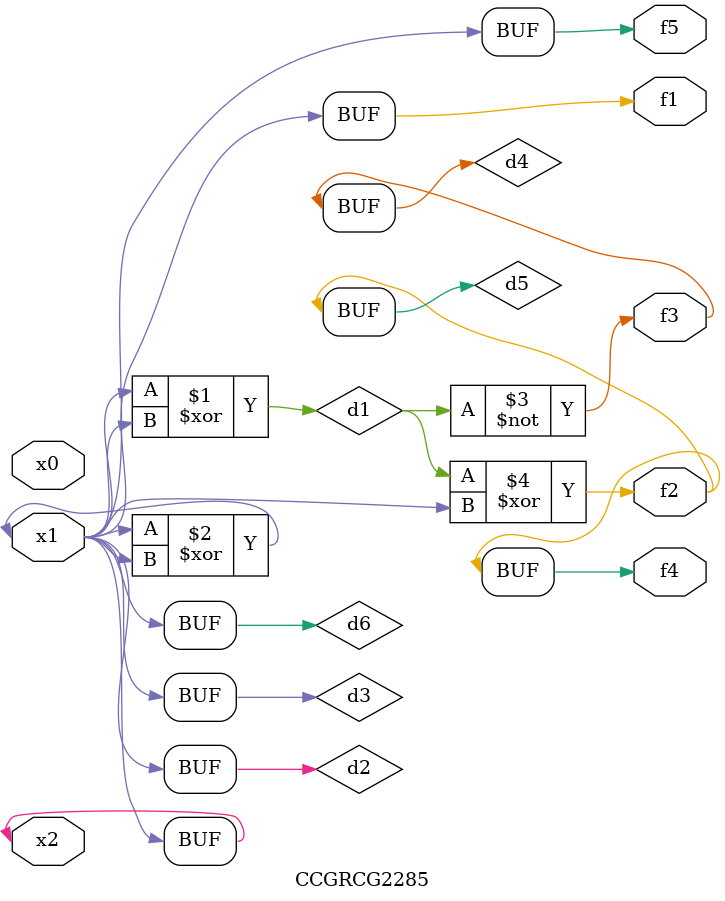
<source format=v>
module CCGRCG2285(
	input x0, x1, x2,
	output f1, f2, f3, f4, f5
);

	wire d1, d2, d3, d4, d5, d6;

	xor (d1, x1, x2);
	buf (d2, x1, x2);
	xor (d3, x1, x2);
	nor (d4, d1);
	xor (d5, d1, d2);
	buf (d6, d2, d3);
	assign f1 = d6;
	assign f2 = d5;
	assign f3 = d4;
	assign f4 = d5;
	assign f5 = d6;
endmodule

</source>
